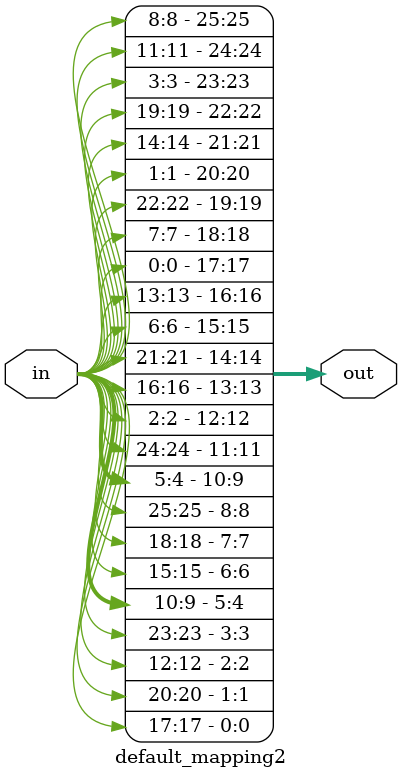
<source format=v>
module rotor2(out, in, clock, rotate, set, set_state, state);
    input [25:0] in;
    input rotate, clock, set;
	 input [4:0] set_state;
    output [25:0] out;
    localparam A = 5'b00000, B = 5'b000001, C = 5'b00010, D = 5'b00011,
               E = 5'b00100, F = 5'b00101, G = 5'b00110, H = 5'b00111,
               I = 5'b01000, J = 5'b01001, K = 5'b01010, L = 5'b01011,
               M = 5'b01100, N = 5'b01101, O = 5'b01110, P = 5'b01111,
               Q = 5'b10000, R = 5'b10001, S = 5'b10010, T = 5'b10011,
               U = 5'b10100, V = 5'b10101, W = 5'b10110, X = 5'b10111,
               Y = 5'b11000, Z = 5'b11001;
     
     output reg [4:0] state;
	  reg [4:0] next_state;
	  
	  reg [4:0] count;
	  reg turn;
	  
	  always @(posedge rotate)
			if(count== 5'b11001)
			begin
				turn <= 1;
				count <= 0;
			end
			else
			begin
				turn <= 0;
				count <= count + 1;
			end
	  
     always @(posedge turn)
     begin
	       case(state)
				 A: next_state = B;
				 B: next_state = C;
				 C: next_state = D;
				 D: next_state = E;
				 E: next_state = F;
				 F: next_state = G;
				 G: next_state = H;
				 H: next_state = I;
				 I: next_state = J;
				 J: next_state = K;
				 K: next_state = L;
				 L: next_state = M;
				 M: next_state = N;
				 N: next_state = O;
				 O: next_state = P;
				 P: next_state = Q;
				 Q: next_state = R;
				 R: next_state = S;
				 S: next_state = T;
				 T: next_state = U;
				 U: next_state = V;
				 V: next_state = W;
				 W: next_state = X;
				 X: next_state = Y;
				 Y: next_state = Z;
				 Z: next_state = A;
				 default: next_state = A;
			endcase
	  end
  
     always @(*)
	  begin
	      if (set == 1'b1)
			    begin
					  state = 5'b11010;
				 end
			else if ((set == 1'b0) && (rotate == 1))
				 begin
						state = set_state;
				 end
	  end
	  
     wire [51:0] shiftinput;
     wire [51:0] shiftoutput;
     wire [25:0] intermediate;
     
     assign shiftinput = ({in[25:0],26'b0} >> state);
     
     default_mapping2 d0(
          .in(shiftinput[51:26]|shiftinput[25:0]), 
          .out(intermediate));
          
     assign shiftoutput = ({26'b0, intermediate[25:0]} << state);
     assign out = (shiftoutput[51:26]|shiftoutput[25:0]);
endmodule


module default_mapping2(in, out);
     input [25:0] in;
     output [25:0] out;
     
     //assign out = 26'b0;
     
     assign out[0] = in[17];
     assign out[1] = in[20];
     assign out[2] = in[12];
     assign out[3] = in[23];
     assign out[4] = in[9];
     assign out[5] = in[10];
     assign out[6] = in[15];
     assign out[7] = in[18];
     assign out[8] = in[25];
     assign out[9] = in[4];
     assign out[10] = in[5];
     assign out[11] = in[24];
     assign out[12] = in[2];
     assign out[13] = in[16];
     assign out[14] = in[21];
     assign out[15] = in[6];
     assign out[16] = in[13];
     assign out[17] = in[0];
     assign out[18] = in[7];
     assign out[19] = in[22];
     assign out[20] = in[1];
     assign out[21] = in[14];
     assign out[22] = in[19];
     assign out[23] = in[3];
     assign out[24] = in[11];
     assign out[25] = in[8];
endmodule
</source>
